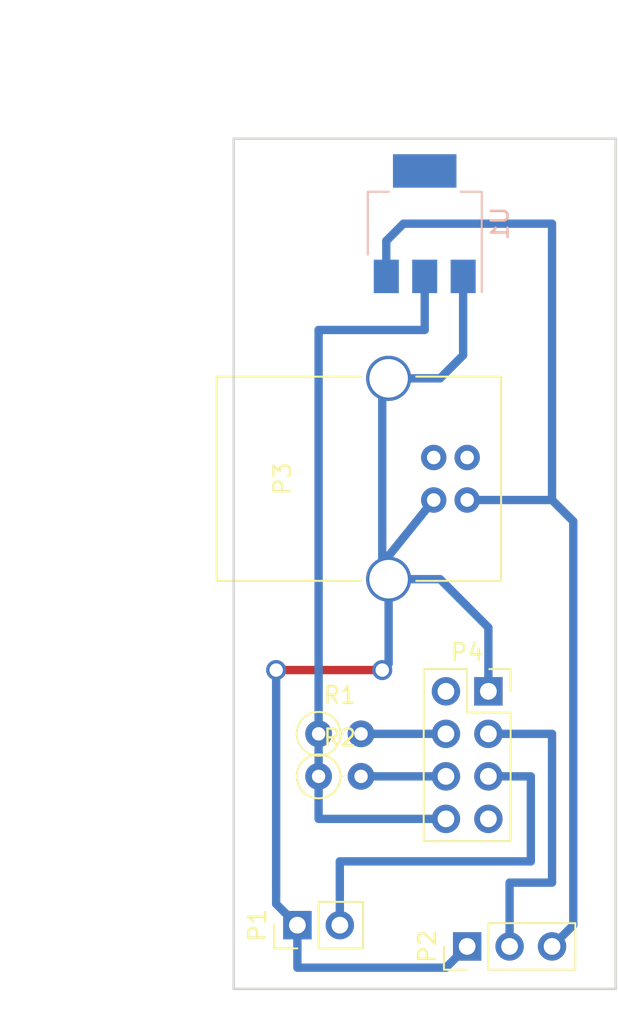
<source format=kicad_pcb>
(kicad_pcb (version 4) (host pcbnew 4.0.4-stable)

  (general
    (links 15)
    (no_connects 0)
    (area 108.990001 78.58 146.125001 139.805)
    (thickness 1.6)
    (drawings 6)
    (tracks 47)
    (zones 0)
    (modules 7)
    (nets 12)
  )

  (page A4)
  (layers
    (0 F.Cu signal)
    (31 B.Cu signal)
    (32 B.Adhes user)
    (33 F.Adhes user)
    (34 B.Paste user)
    (35 F.Paste user)
    (36 B.SilkS user)
    (37 F.SilkS user)
    (38 B.Mask user)
    (39 F.Mask user)
    (40 Dwgs.User user)
    (41 Cmts.User user)
    (42 Eco1.User user)
    (43 Eco2.User user)
    (44 Edge.Cuts user)
    (45 Margin user)
    (46 B.CrtYd user)
    (47 F.CrtYd user)
    (48 B.Fab user)
    (49 F.Fab user)
  )

  (setup
    (last_trace_width 0.5)
    (trace_clearance 0.5)
    (zone_clearance 0.508)
    (zone_45_only no)
    (trace_min 0.5)
    (segment_width 0.2)
    (edge_width 0.15)
    (via_size 1.2)
    (via_drill 0.8)
    (via_min_size 0.4)
    (via_min_drill 0.3)
    (uvia_size 0.3)
    (uvia_drill 0.1)
    (uvias_allowed no)
    (uvia_min_size 0.2)
    (uvia_min_drill 0.1)
    (pcb_text_width 0.3)
    (pcb_text_size 1.5 1.5)
    (mod_edge_width 0.15)
    (mod_text_size 1 1)
    (mod_text_width 0.15)
    (pad_size 1.524 1.524)
    (pad_drill 0.762)
    (pad_to_mask_clearance 0.2)
    (aux_axis_origin 123.19 137.16)
    (grid_origin 123.19 137.16)
    (visible_elements 7FFFFFFF)
    (pcbplotparams
      (layerselection 0x01000_80000000)
      (usegerberextensions false)
      (excludeedgelayer true)
      (linewidth 0.100000)
      (plotframeref false)
      (viasonmask false)
      (mode 1)
      (useauxorigin true)
      (hpglpennumber 1)
      (hpglpenspeed 20)
      (hpglpendiameter 15)
      (hpglpenoverlay 2)
      (psnegative false)
      (psa4output false)
      (plotreference true)
      (plotvalue true)
      (plotinvisibletext false)
      (padsonsilk false)
      (subtractmaskfromsilk false)
      (outputformat 1)
      (mirror false)
      (drillshape 0)
      (scaleselection 1)
      (outputdirectory gerber))
  )

  (net 0 "")
  (net 1 GND)
  (net 2 +5V)
  (net 3 "Net-(P2-Pad2)")
  (net 4 "Net-(P1-Pad2)")
  (net 5 "Net-(P3-Pad2)")
  (net 6 "Net-(P3-Pad3)")
  (net 7 "Net-(P4-Pad2)")
  (net 8 "Net-(P4-Pad4)")
  (net 9 "Net-(P4-Pad6)")
  (net 10 "Net-(P4-Pad8)")
  (net 11 "Net-(P4-Pad7)")

  (net_class Default "This is the default net class."
    (clearance 0.5)
    (trace_width 0.5)
    (via_dia 1.2)
    (via_drill 0.8)
    (uvia_dia 0.3)
    (uvia_drill 0.1)
    (add_net +5V)
    (add_net GND)
    (add_net "Net-(P1-Pad2)")
    (add_net "Net-(P2-Pad2)")
    (add_net "Net-(P3-Pad2)")
    (add_net "Net-(P3-Pad3)")
    (add_net "Net-(P4-Pad2)")
    (add_net "Net-(P4-Pad4)")
    (add_net "Net-(P4-Pad6)")
    (add_net "Net-(P4-Pad7)")
    (add_net "Net-(P4-Pad8)")
  )

  (module Connect:USB_B (layer F.Cu) (tedit 55B36073) (tstamp 58BEB62B)
    (at 137.16 107.95 180)
    (descr "USB B connector")
    (tags "USB_B USB_DEV")
    (path /58BDD53A)
    (fp_text reference P3 (at 11.05 1.27 270) (layer F.SilkS)
      (effects (font (size 1 1) (thickness 0.15)))
    )
    (fp_text value USB_B (at 4.7 1.27 270) (layer F.Fab)
      (effects (font (size 1 1) (thickness 0.15)))
    )
    (fp_line (start 15.25 8.9) (end -2.3 8.9) (layer F.CrtYd) (width 0.05))
    (fp_line (start -2.3 8.9) (end -2.3 -6.35) (layer F.CrtYd) (width 0.05))
    (fp_line (start -2.3 -6.35) (end 15.25 -6.35) (layer F.CrtYd) (width 0.05))
    (fp_line (start 15.25 -6.35) (end 15.25 8.9) (layer F.CrtYd) (width 0.05))
    (fp_line (start 6.35 7.37) (end 14.99 7.37) (layer F.SilkS) (width 0.12))
    (fp_line (start -2.03 7.37) (end 3.05 7.37) (layer F.SilkS) (width 0.12))
    (fp_line (start 6.35 -4.83) (end 14.99 -4.83) (layer F.SilkS) (width 0.12))
    (fp_line (start -2.03 -4.83) (end 3.05 -4.83) (layer F.SilkS) (width 0.12))
    (fp_line (start 14.99 -4.83) (end 14.99 7.37) (layer F.SilkS) (width 0.12))
    (fp_line (start -2.03 7.37) (end -2.03 -4.83) (layer F.SilkS) (width 0.12))
    (pad 2 thru_hole circle (at 0 2.54 90) (size 1.52 1.52) (drill 0.81) (layers *.Cu *.Mask)
      (net 5 "Net-(P3-Pad2)"))
    (pad 1 thru_hole circle (at 0 0 90) (size 1.52 1.52) (drill 0.81) (layers *.Cu *.Mask)
      (net 2 +5V))
    (pad 4 thru_hole circle (at 2 0 90) (size 1.52 1.52) (drill 0.81) (layers *.Cu *.Mask)
      (net 1 GND))
    (pad 3 thru_hole circle (at 2 2.54 90) (size 1.52 1.52) (drill 0.81) (layers *.Cu *.Mask)
      (net 6 "Net-(P3-Pad3)"))
    (pad 5 thru_hole circle (at 4.7 7.27 90) (size 2.7 2.7) (drill 2.3) (layers *.Cu *.Mask)
      (net 1 GND))
    (pad 5 thru_hole circle (at 4.7 -4.73 90) (size 2.7 2.7) (drill 2.3) (layers *.Cu *.Mask)
      (net 1 GND))
    (model Connectors.3dshapes/USB_B.wrl
      (at (xyz 0.18 -0.05 0))
      (scale (xyz 0.39 0.39 0.39))
      (rotate (xyz 0 0 -90))
    )
  )

  (module Socket_Strips:Socket_Strip_Straight_2x04_Pitch2.54mm (layer F.Cu) (tedit 58BEBCFB) (tstamp 58BEB647)
    (at 138.43 119.38)
    (descr "Through hole straight socket strip, 2x04, 2.54mm pitch, double rows")
    (tags "Through hole socket strip THT 2x04 2.54mm double row")
    (path /58BDD496)
    (fp_text reference P4 (at -1.27 -2.33) (layer F.SilkS)
      (effects (font (size 1 1) (thickness 0.15)))
    )
    (fp_text value CONN_02X04 (at -2.54 10.16) (layer F.Fab)
      (effects (font (size 1 1) (thickness 0.15)))
    )
    (fp_line (start -3.81 -1.27) (end -3.81 8.89) (layer F.Fab) (width 0.1))
    (fp_line (start -3.81 8.89) (end 1.27 8.89) (layer F.Fab) (width 0.1))
    (fp_line (start 1.27 8.89) (end 1.27 -1.27) (layer F.Fab) (width 0.1))
    (fp_line (start 1.27 -1.27) (end -3.81 -1.27) (layer F.Fab) (width 0.1))
    (fp_line (start 1.33 1.27) (end 1.33 8.95) (layer F.SilkS) (width 0.12))
    (fp_line (start 1.33 8.95) (end -3.87 8.95) (layer F.SilkS) (width 0.12))
    (fp_line (start -3.87 8.95) (end -3.87 -1.33) (layer F.SilkS) (width 0.12))
    (fp_line (start -3.87 -1.33) (end -1.27 -1.33) (layer F.SilkS) (width 0.12))
    (fp_line (start -1.27 -1.33) (end -1.27 1.27) (layer F.SilkS) (width 0.12))
    (fp_line (start -1.27 1.27) (end 1.33 1.27) (layer F.SilkS) (width 0.12))
    (fp_line (start 1.33 0) (end 1.33 -1.33) (layer F.SilkS) (width 0.12))
    (fp_line (start 1.33 -1.33) (end 0.06 -1.33) (layer F.SilkS) (width 0.12))
    (fp_line (start -4.1 -1.55) (end -4.1 9.15) (layer F.CrtYd) (width 0.05))
    (fp_line (start -4.1 9.15) (end 1.55 9.15) (layer F.CrtYd) (width 0.05))
    (fp_line (start 1.55 9.15) (end 1.55 -1.55) (layer F.CrtYd) (width 0.05))
    (fp_line (start 1.55 -1.55) (end -4.1 -1.55) (layer F.CrtYd) (width 0.05))
    (pad 1 thru_hole rect (at 0 0) (size 1.7 1.7) (drill 1) (layers *.Cu *.Mask)
      (net 1 GND))
    (pad 2 thru_hole oval (at -2.54 0) (size 1.7 1.7) (drill 1) (layers *.Cu *.Mask)
      (net 7 "Net-(P4-Pad2)"))
    (pad 3 thru_hole oval (at 0 2.54) (size 1.7 1.7) (drill 1) (layers *.Cu *.Mask)
      (net 3 "Net-(P2-Pad2)"))
    (pad 4 thru_hole oval (at -2.54 2.54) (size 1.7 1.7) (drill 1) (layers *.Cu *.Mask)
      (net 8 "Net-(P4-Pad4)"))
    (pad 5 thru_hole oval (at 0 5.08) (size 1.7 1.7) (drill 1) (layers *.Cu *.Mask)
      (net 4 "Net-(P1-Pad2)"))
    (pad 6 thru_hole oval (at -2.54 5.08) (size 1.7 1.7) (drill 1) (layers *.Cu *.Mask)
      (net 9 "Net-(P4-Pad6)"))
    (pad 7 thru_hole oval (at 0 7.62) (size 1.7 1.7) (drill 1) (layers *.Cu *.Mask)
      (net 11 "Net-(P4-Pad7)"))
    (pad 8 thru_hole oval (at -2.54 7.62) (size 1.7 1.7) (drill 1) (layers *.Cu *.Mask)
      (net 10 "Net-(P4-Pad8)"))
    (model Socket_Strips.3dshapes/Socket_Strip_Straight_2x04_Pitch2.54mm.wrl
      (at (xyz -0.05 -0.15 0))
      (scale (xyz 1 1 1))
      (rotate (xyz 0 0 270))
    )
  )

  (module Resistors_ThroughHole:R_Axial_DIN0207_L6.3mm_D2.5mm_P2.54mm_Vertical (layer F.Cu) (tedit 5874F706) (tstamp 58BEB655)
    (at 128.27 121.92)
    (descr "Resistor, Axial_DIN0207 series, Axial, Vertical, pin pitch=2.54mm, 0.25W = 1/4W, length*diameter=6.3*2.5mm^2, http://cdn-reichelt.de/documents/datenblatt/B400/1_4W%23YAG.pdf")
    (tags "Resistor Axial_DIN0207 series Axial Vertical pin pitch 2.54mm 0.25W = 1/4W length 6.3mm diameter 2.5mm")
    (path /58BDDC0D)
    (fp_text reference R1 (at 1.27 -2.31) (layer F.SilkS)
      (effects (font (size 1 1) (thickness 0.15)))
    )
    (fp_text value 10k (at 1.27 2.31) (layer F.Fab)
      (effects (font (size 1 1) (thickness 0.15)))
    )
    (fp_circle (center 0 0) (end 1.25 0) (layer F.Fab) (width 0.1))
    (fp_circle (center 0 0) (end 1.31 0) (layer F.SilkS) (width 0.12))
    (fp_line (start 0 0) (end 2.54 0) (layer F.Fab) (width 0.1))
    (fp_line (start 1.31 0) (end 1.44 0) (layer F.SilkS) (width 0.12))
    (fp_line (start -1.6 -1.6) (end -1.6 1.6) (layer F.CrtYd) (width 0.05))
    (fp_line (start -1.6 1.6) (end 3.65 1.6) (layer F.CrtYd) (width 0.05))
    (fp_line (start 3.65 1.6) (end 3.65 -1.6) (layer F.CrtYd) (width 0.05))
    (fp_line (start 3.65 -1.6) (end -1.6 -1.6) (layer F.CrtYd) (width 0.05))
    (pad 1 thru_hole circle (at 0 0) (size 1.6 1.6) (drill 0.8) (layers *.Cu *.Mask)
      (net 10 "Net-(P4-Pad8)"))
    (pad 2 thru_hole oval (at 2.54 0) (size 1.6 1.6) (drill 0.8) (layers *.Cu *.Mask)
      (net 8 "Net-(P4-Pad4)"))
    (model Resistors_THT.3dshapes/R_Axial_DIN0207_L6.3mm_D2.5mm_P2.54mm_Vertical.wrl
      (at (xyz 0 0 0))
      (scale (xyz 0.393701 0.393701 0.393701))
      (rotate (xyz 0 0 0))
    )
  )

  (module Resistors_ThroughHole:R_Axial_DIN0207_L6.3mm_D2.5mm_P2.54mm_Vertical (layer F.Cu) (tedit 5874F706) (tstamp 58BEB663)
    (at 128.27 124.46)
    (descr "Resistor, Axial_DIN0207 series, Axial, Vertical, pin pitch=2.54mm, 0.25W = 1/4W, length*diameter=6.3*2.5mm^2, http://cdn-reichelt.de/documents/datenblatt/B400/1_4W%23YAG.pdf")
    (tags "Resistor Axial_DIN0207 series Axial Vertical pin pitch 2.54mm 0.25W = 1/4W length 6.3mm diameter 2.5mm")
    (path /58BDDB38)
    (fp_text reference R2 (at 1.27 -2.31) (layer F.SilkS)
      (effects (font (size 1 1) (thickness 0.15)))
    )
    (fp_text value 10k (at 1.27 2.31) (layer F.Fab)
      (effects (font (size 1 1) (thickness 0.15)))
    )
    (fp_circle (center 0 0) (end 1.25 0) (layer F.Fab) (width 0.1))
    (fp_circle (center 0 0) (end 1.31 0) (layer F.SilkS) (width 0.12))
    (fp_line (start 0 0) (end 2.54 0) (layer F.Fab) (width 0.1))
    (fp_line (start 1.31 0) (end 1.44 0) (layer F.SilkS) (width 0.12))
    (fp_line (start -1.6 -1.6) (end -1.6 1.6) (layer F.CrtYd) (width 0.05))
    (fp_line (start -1.6 1.6) (end 3.65 1.6) (layer F.CrtYd) (width 0.05))
    (fp_line (start 3.65 1.6) (end 3.65 -1.6) (layer F.CrtYd) (width 0.05))
    (fp_line (start 3.65 -1.6) (end -1.6 -1.6) (layer F.CrtYd) (width 0.05))
    (pad 1 thru_hole circle (at 0 0) (size 1.6 1.6) (drill 0.8) (layers *.Cu *.Mask)
      (net 10 "Net-(P4-Pad8)"))
    (pad 2 thru_hole oval (at 2.54 0) (size 1.6 1.6) (drill 0.8) (layers *.Cu *.Mask)
      (net 9 "Net-(P4-Pad6)"))
    (model Resistors_THT.3dshapes/R_Axial_DIN0207_L6.3mm_D2.5mm_P2.54mm_Vertical.wrl
      (at (xyz 0 0 0))
      (scale (xyz 0.393701 0.393701 0.393701))
      (rotate (xyz 0 0 0))
    )
  )

  (module TO_SOT_Packages_SMD:SOT-223 (layer B.Cu) (tedit 5883B228) (tstamp 58BEB678)
    (at 134.62 91.44 90)
    (descr "module CMS SOT223 4 pins")
    (tags "CMS SOT")
    (path /58BDD95C)
    (attr smd)
    (fp_text reference U1 (at 0 4.5 90) (layer B.SilkS)
      (effects (font (size 1 1) (thickness 0.15)) (justify mirror))
    )
    (fp_text value NCP1117ST33T3G (at 0 -4.5 90) (layer B.Fab)
      (effects (font (size 1 1) (thickness 0.15)) (justify mirror))
    )
    (fp_line (start -1.85 2.3) (end -0.8 3.35) (layer B.Fab) (width 0.1))
    (fp_line (start 1.91 -3.41) (end 1.91 -2.15) (layer B.SilkS) (width 0.12))
    (fp_line (start 1.91 3.41) (end 1.91 2.15) (layer B.SilkS) (width 0.12))
    (fp_line (start 4.4 3.6) (end -4.4 3.6) (layer B.CrtYd) (width 0.05))
    (fp_line (start 4.4 -3.6) (end 4.4 3.6) (layer B.CrtYd) (width 0.05))
    (fp_line (start -4.4 -3.6) (end 4.4 -3.6) (layer B.CrtYd) (width 0.05))
    (fp_line (start -4.4 3.6) (end -4.4 -3.6) (layer B.CrtYd) (width 0.05))
    (fp_line (start -1.85 2.3) (end -1.85 -3.35) (layer B.Fab) (width 0.1))
    (fp_line (start -1.85 -3.41) (end 1.91 -3.41) (layer B.SilkS) (width 0.12))
    (fp_line (start -0.8 3.35) (end 1.85 3.35) (layer B.Fab) (width 0.1))
    (fp_line (start -4.1 3.41) (end 1.91 3.41) (layer B.SilkS) (width 0.12))
    (fp_line (start -1.85 -3.35) (end 1.85 -3.35) (layer B.Fab) (width 0.1))
    (fp_line (start 1.85 3.35) (end 1.85 -3.35) (layer B.Fab) (width 0.1))
    (pad 4 smd rect (at 3.15 0 90) (size 2 3.8) (layers B.Cu B.Paste B.Mask))
    (pad 2 smd rect (at -3.15 0 90) (size 2 1.5) (layers B.Cu B.Paste B.Mask)
      (net 10 "Net-(P4-Pad8)"))
    (pad 3 smd rect (at -3.15 -2.3 90) (size 2 1.5) (layers B.Cu B.Paste B.Mask)
      (net 2 +5V))
    (pad 1 smd rect (at -3.15 2.3 90) (size 2 1.5) (layers B.Cu B.Paste B.Mask)
      (net 1 GND))
    (model TO_SOT_Packages_SMD.3dshapes/SOT-223.wrl
      (at (xyz 0 0 0))
      (scale (xyz 0.4 0.4 0.4))
      (rotate (xyz 0 0 90))
    )
  )

  (module Pin_Headers:Pin_Header_Straight_1x02_Pitch2.54mm (layer F.Cu) (tedit 58BEC13C) (tstamp 58BEB700)
    (at 127 133.35 90)
    (descr "Through hole straight pin header, 1x02, 2.54mm pitch, single row")
    (tags "Through hole pin header THT 1x02 2.54mm single row")
    (path /58BEB1DB)
    (fp_text reference P1 (at 0 -2.39 90) (layer F.SilkS)
      (effects (font (size 1 1) (thickness 0.15)))
    )
    (fp_text value Button (at -5.08 1.27 180) (layer F.Fab)
      (effects (font (size 1 1) (thickness 0.15)))
    )
    (fp_line (start -1.27 -1.27) (end -1.27 3.81) (layer F.Fab) (width 0.1))
    (fp_line (start -1.27 3.81) (end 1.27 3.81) (layer F.Fab) (width 0.1))
    (fp_line (start 1.27 3.81) (end 1.27 -1.27) (layer F.Fab) (width 0.1))
    (fp_line (start 1.27 -1.27) (end -1.27 -1.27) (layer F.Fab) (width 0.1))
    (fp_line (start -1.39 1.27) (end -1.39 3.93) (layer F.SilkS) (width 0.12))
    (fp_line (start -1.39 3.93) (end 1.39 3.93) (layer F.SilkS) (width 0.12))
    (fp_line (start 1.39 3.93) (end 1.39 1.27) (layer F.SilkS) (width 0.12))
    (fp_line (start 1.39 1.27) (end -1.39 1.27) (layer F.SilkS) (width 0.12))
    (fp_line (start -1.39 0) (end -1.39 -1.39) (layer F.SilkS) (width 0.12))
    (fp_line (start -1.39 -1.39) (end 0 -1.39) (layer F.SilkS) (width 0.12))
    (fp_line (start -1.6 -1.6) (end -1.6 4.1) (layer F.CrtYd) (width 0.05))
    (fp_line (start -1.6 4.1) (end 1.6 4.1) (layer F.CrtYd) (width 0.05))
    (fp_line (start 1.6 4.1) (end 1.6 -1.6) (layer F.CrtYd) (width 0.05))
    (fp_line (start 1.6 -1.6) (end -1.6 -1.6) (layer F.CrtYd) (width 0.05))
    (pad 1 thru_hole rect (at 0 0 90) (size 1.7 1.7) (drill 1) (layers *.Cu *.Mask)
      (net 1 GND))
    (pad 2 thru_hole oval (at 0 2.54 90) (size 1.7 1.7) (drill 1) (layers *.Cu *.Mask)
      (net 4 "Net-(P1-Pad2)"))
    (model Pin_Headers.3dshapes/Pin_Header_Straight_1x02_Pitch2.54mm.wrl
      (at (xyz 0 -0.05 0))
      (scale (xyz 1 1 1))
      (rotate (xyz 0 0 90))
    )
  )

  (module Pin_Headers:Pin_Header_Straight_1x03_Pitch2.54mm (layer F.Cu) (tedit 58BEC10A) (tstamp 58BEB715)
    (at 137.16 134.62 90)
    (descr "Through hole straight pin header, 1x03, 2.54mm pitch, single row")
    (tags "Through hole pin header THT 1x03 2.54mm single row")
    (path /58BEB35C)
    (fp_text reference P2 (at 0 -2.39 90) (layer F.SilkS)
      (effects (font (size 1 1) (thickness 0.15)))
    )
    (fp_text value WS2812B (at -3.81 2.54 180) (layer F.Fab)
      (effects (font (size 1 1) (thickness 0.15)))
    )
    (fp_line (start -1.27 -1.27) (end -1.27 6.35) (layer F.Fab) (width 0.1))
    (fp_line (start -1.27 6.35) (end 1.27 6.35) (layer F.Fab) (width 0.1))
    (fp_line (start 1.27 6.35) (end 1.27 -1.27) (layer F.Fab) (width 0.1))
    (fp_line (start 1.27 -1.27) (end -1.27 -1.27) (layer F.Fab) (width 0.1))
    (fp_line (start -1.39 1.27) (end -1.39 6.47) (layer F.SilkS) (width 0.12))
    (fp_line (start -1.39 6.47) (end 1.39 6.47) (layer F.SilkS) (width 0.12))
    (fp_line (start 1.39 6.47) (end 1.39 1.27) (layer F.SilkS) (width 0.12))
    (fp_line (start 1.39 1.27) (end -1.39 1.27) (layer F.SilkS) (width 0.12))
    (fp_line (start -1.39 0) (end -1.39 -1.39) (layer F.SilkS) (width 0.12))
    (fp_line (start -1.39 -1.39) (end 0 -1.39) (layer F.SilkS) (width 0.12))
    (fp_line (start -1.6 -1.6) (end -1.6 6.6) (layer F.CrtYd) (width 0.05))
    (fp_line (start -1.6 6.6) (end 1.6 6.6) (layer F.CrtYd) (width 0.05))
    (fp_line (start 1.6 6.6) (end 1.6 -1.6) (layer F.CrtYd) (width 0.05))
    (fp_line (start 1.6 -1.6) (end -1.6 -1.6) (layer F.CrtYd) (width 0.05))
    (pad 1 thru_hole rect (at 0 0 90) (size 1.7 1.7) (drill 1) (layers *.Cu *.Mask)
      (net 1 GND))
    (pad 2 thru_hole oval (at 0 2.54 90) (size 1.7 1.7) (drill 1) (layers *.Cu *.Mask)
      (net 3 "Net-(P2-Pad2)"))
    (pad 3 thru_hole oval (at 0 5.08 90) (size 1.7 1.7) (drill 1) (layers *.Cu *.Mask)
      (net 2 +5V))
    (model Pin_Headers.3dshapes/Pin_Header_Straight_1x03_Pitch2.54mm.wrl
      (at (xyz 0 -0.1 0))
      (scale (xyz 1 1 1))
      (rotate (xyz 0 0 90))
    )
  )

  (gr_line (start 123.19 86.36) (end 123.19 137.16) (angle 90) (layer Edge.Cuts) (width 0.15))
  (gr_line (start 146.05 86.36) (end 123.19 86.36) (angle 90) (layer Edge.Cuts) (width 0.15))
  (gr_line (start 146.05 137.16) (end 123.19 137.16) (angle 90) (layer Edge.Cuts) (width 0.15))
  (gr_line (start 146.05 86.36) (end 146.05 137.16) (angle 90) (layer Edge.Cuts) (width 0.15))
  (dimension 50.8 (width 0.3) (layer Dwgs.User)
    (gr_text "50.800 mm" (at 115.49 111.76 270) (layer Dwgs.User)
      (effects (font (size 1.5 1.5) (thickness 0.3)))
    )
    (feature1 (pts (xy 123.19 137.16) (xy 114.14 137.16)))
    (feature2 (pts (xy 123.19 86.36) (xy 114.14 86.36)))
    (crossbar (pts (xy 116.84 86.36) (xy 116.84 137.16)))
    (arrow1a (pts (xy 116.84 137.16) (xy 116.253579 136.033496)))
    (arrow1b (pts (xy 116.84 137.16) (xy 117.426421 136.033496)))
    (arrow2a (pts (xy 116.84 86.36) (xy 116.253579 87.486504)))
    (arrow2b (pts (xy 116.84 86.36) (xy 117.426421 87.486504)))
  )
  (dimension 22.86 (width 0.3) (layer Dwgs.User)
    (gr_text "22.860 mm" (at 134.62 79.93) (layer Dwgs.User)
      (effects (font (size 1.5 1.5) (thickness 0.3)))
    )
    (feature1 (pts (xy 146.05 86.36) (xy 146.05 78.58)))
    (feature2 (pts (xy 123.19 86.36) (xy 123.19 78.58)))
    (crossbar (pts (xy 123.19 81.28) (xy 146.05 81.28)))
    (arrow1a (pts (xy 146.05 81.28) (xy 144.923496 81.866421)))
    (arrow1b (pts (xy 146.05 81.28) (xy 144.923496 80.693579)))
    (arrow2a (pts (xy 123.19 81.28) (xy 124.316504 81.866421)))
    (arrow2b (pts (xy 123.19 81.28) (xy 124.316504 80.693579)))
  )

  (segment (start 132.46 112.68) (end 132.46 117.73) (width 0.5) (layer B.Cu) (net 1))
  (segment (start 125.73 132.08) (end 127 133.35) (width 0.5) (layer B.Cu) (net 1) (tstamp 58BEC0D7))
  (segment (start 125.73 130.81) (end 125.73 132.08) (width 0.5) (layer B.Cu) (net 1) (tstamp 58BEC0D4))
  (segment (start 125.73 118.11) (end 125.73 130.81) (width 0.5) (layer B.Cu) (net 1) (tstamp 58BEC0D3))
  (via (at 125.73 118.11) (size 1.2) (drill 0.8) (layers F.Cu B.Cu) (net 1))
  (segment (start 132.08 118.11) (end 125.73 118.11) (width 0.5) (layer F.Cu) (net 1) (tstamp 58BEC0CD))
  (via (at 132.08 118.11) (size 1.2) (drill 0.8) (layers F.Cu B.Cu) (net 1))
  (segment (start 132.46 117.73) (end 132.08 118.11) (width 0.5) (layer B.Cu) (net 1) (tstamp 58BEC0C8))
  (segment (start 137.16 134.62) (end 135.89 135.89) (width 0.5) (layer B.Cu) (net 1))
  (segment (start 135.89 135.89) (end 127 135.89) (width 0.5) (layer B.Cu) (net 1) (tstamp 58BEC011))
  (segment (start 127 135.89) (end 127 133.35) (width 0.5) (layer B.Cu) (net 1) (tstamp 58BEC012))
  (segment (start 132.46 112.68) (end 135.54 112.68) (width 0.5) (layer B.Cu) (net 1))
  (segment (start 138.43 115.57) (end 138.43 119.38) (width 0.5) (layer B.Cu) (net 1) (tstamp 58BEBF71))
  (segment (start 135.54 112.68) (end 138.43 115.57) (width 0.5) (layer B.Cu) (net 1) (tstamp 58BEBF6D))
  (segment (start 132.46 100.68) (end 135.54 100.68) (width 0.5) (layer B.Cu) (net 1))
  (segment (start 136.92 99.3) (end 136.92 94.59) (width 0.5) (layer B.Cu) (net 1) (tstamp 58BEBF43))
  (segment (start 135.54 100.68) (end 136.92 99.3) (width 0.5) (layer B.Cu) (net 1) (tstamp 58BEBF42))
  (segment (start 132.08 111.76) (end 132.08 101.06) (width 0.5) (layer B.Cu) (net 1) (status 20))
  (segment (start 132.08 101.06) (end 132.46 100.68) (width 0.5) (layer B.Cu) (net 1) (tstamp 58BEBA19) (status 30))
  (segment (start 135.16 107.95) (end 132.08 111.76) (width 0.5) (layer B.Cu) (net 1) (status 10))
  (segment (start 132.08 112.14) (end 132.08 112.68) (width 0.5) (layer B.Cu) (net 1) (tstamp 58BEBA16) (status 20))
  (segment (start 132.08 111.76) (end 132.08 112.14) (width 0.5) (layer B.Cu) (net 1) (tstamp 58BEBA15))
  (segment (start 132.08 112.68) (end 132.05 112.68) (width 0.5) (layer B.Cu) (net 1) (status 30))
  (segment (start 142.24 134.62) (end 143.51 133.35) (width 0.5) (layer B.Cu) (net 2))
  (segment (start 143.51 109.22) (end 142.24 107.95) (width 0.5) (layer B.Cu) (net 2) (tstamp 58BEC01B))
  (segment (start 143.51 133.35) (end 143.51 109.22) (width 0.5) (layer B.Cu) (net 2) (tstamp 58BEC01A))
  (segment (start 132.32 94.59) (end 132.32 92.47) (width 0.5) (layer B.Cu) (net 2))
  (segment (start 142.24 107.95) (end 137.16 107.95) (width 0.5) (layer B.Cu) (net 2) (tstamp 58BEBF49))
  (segment (start 142.24 91.44) (end 142.24 107.95) (width 0.5) (layer B.Cu) (net 2) (tstamp 58BEBF48))
  (segment (start 133.35 91.44) (end 142.24 91.44) (width 0.5) (layer B.Cu) (net 2) (tstamp 58BEBF47))
  (segment (start 132.32 92.47) (end 133.35 91.44) (width 0.5) (layer B.Cu) (net 2) (tstamp 58BEBF46))
  (segment (start 138.43 121.92) (end 142.24 121.92) (width 0.5) (layer B.Cu) (net 3))
  (segment (start 139.7 130.81) (end 139.7 134.62) (width 0.5) (layer B.Cu) (net 3) (tstamp 58BEBFF8))
  (segment (start 142.24 130.81) (end 139.7 130.81) (width 0.5) (layer B.Cu) (net 3) (tstamp 58BEBFF7))
  (segment (start 142.24 121.92) (end 142.24 130.81) (width 0.5) (layer B.Cu) (net 3) (tstamp 58BEBFF6))
  (segment (start 138.43 124.46) (end 140.97 124.46) (width 0.5) (layer B.Cu) (net 4))
  (segment (start 129.54 129.54) (end 129.54 133.35) (width 0.5) (layer B.Cu) (net 4) (tstamp 58BEBFF3) (status 20))
  (segment (start 140.97 129.54) (end 129.54 129.54) (width 0.5) (layer B.Cu) (net 4) (tstamp 58BEBFF2))
  (segment (start 140.97 124.46) (end 140.97 129.54) (width 0.5) (layer B.Cu) (net 4) (tstamp 58BEBFF1))
  (segment (start 130.81 121.92) (end 135.89 121.92) (width 0.5) (layer B.Cu) (net 8))
  (segment (start 130.81 124.46) (end 135.89 124.46) (width 0.5) (layer B.Cu) (net 9))
  (segment (start 134.62 94.59) (end 134.62 97.79) (width 0.5) (layer B.Cu) (net 10))
  (segment (start 128.27 97.79) (end 128.27 121.92) (width 0.5) (layer B.Cu) (net 10) (tstamp 58BEC029))
  (segment (start 134.62 97.79) (end 128.27 97.79) (width 0.5) (layer B.Cu) (net 10) (tstamp 58BEC028))
  (segment (start 135.89 127) (end 128.27 127) (width 0.5) (layer B.Cu) (net 10))
  (segment (start 128.27 127) (end 128.27 124.46) (width 0.5) (layer B.Cu) (net 10) (tstamp 58BEB99A))
  (segment (start 128.27 124.46) (end 128.27 121.92) (width 0.5) (layer B.Cu) (net 10) (tstamp 58BEB99B))

)

</source>
